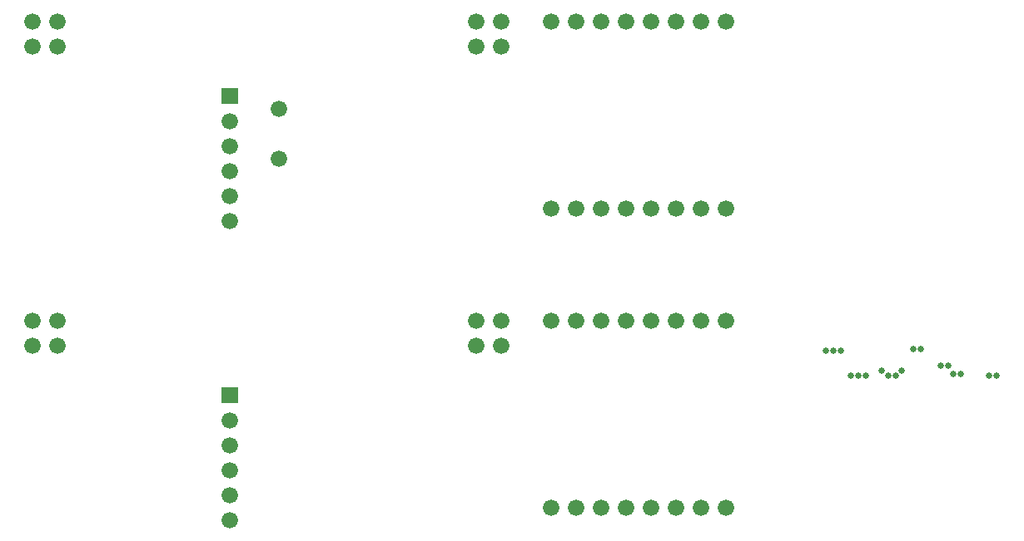
<source format=gbr>
G04 start of page 8 for group -4063 idx -4063 *
G04 Title: (unknown), componentmask *
G04 Creator: pcb 4.2.0 *
G04 CreationDate: Wed Jul 29 19:47:20 2020 UTC *
G04 For: commonadmin *
G04 Format: Gerber/RS-274X *
G04 PCB-Dimensions (mil): 6000.00 7000.00 *
G04 PCB-Coordinate-Origin: lower left *
%MOIN*%
%FSLAX25Y25*%
%LNTOPMASK*%
%ADD39C,0.0001*%
%ADD38C,0.0260*%
%ADD37C,0.0660*%
G54D37*X327500Y155000D03*
X337500D03*
X347500D03*
X357500D03*
X297500D03*
X307500D03*
X317500D03*
X297500Y230000D03*
X277500D03*
Y220000D03*
X267500D03*
Y230000D03*
X367500Y155000D03*
X307500Y230000D03*
X317500D03*
X327500D03*
X337500D03*
X347500D03*
X357500D03*
X367500D03*
Y275000D03*
X357500D03*
X347500D03*
X337500D03*
X327500D03*
X317500D03*
X307500D03*
X297500D03*
G54D38*X458499Y208500D03*
X438000Y210000D03*
X461500Y208500D03*
X473000Y208000D03*
X476000D03*
X453500Y212000D03*
X456500D03*
X442500Y218500D03*
X445500D03*
X430000Y210000D03*
X432500Y208000D03*
X435500D03*
X417500D03*
X420500D03*
X423500D03*
X407500Y218000D03*
X410500D03*
X413500D03*
G54D39*G36*
X165700Y323300D02*Y316700D01*
X172300D01*
Y323300D01*
X165700D01*
G37*
G54D37*X169000Y310000D03*
Y300000D03*
X188500Y315000D03*
X267500Y350000D03*
Y340000D03*
X277500D03*
Y350000D03*
X169000Y290000D03*
Y280000D03*
Y270000D03*
X188500Y295000D03*
X367500Y350000D03*
X357500D03*
X347500D03*
X337500D03*
X327500D03*
X317500D03*
X307500D03*
X297500D03*
X100000Y230000D03*
Y220000D03*
X90000D03*
Y230000D03*
G54D39*G36*
X165700Y203300D02*Y196700D01*
X172300D01*
Y203300D01*
X165700D01*
G37*
G54D37*X169000Y190000D03*
Y180000D03*
Y170000D03*
Y160000D03*
Y150000D03*
X90000Y350000D03*
Y340000D03*
X100000D03*
Y350000D03*
M02*

</source>
